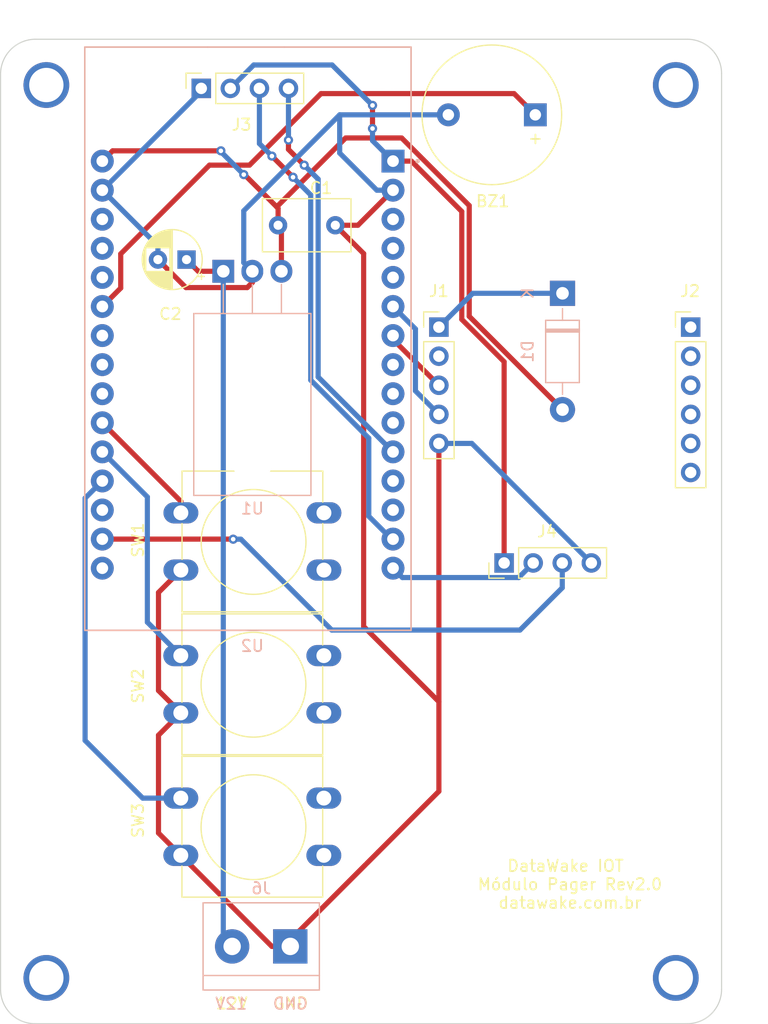
<source format=kicad_pcb>
(kicad_pcb (version 20211014) (generator pcbnew)
  (layers (0 "F.Cu" signal) (31 "B.Cu" signal) (34 "B.Paste" user) (35 "F.Paste" user) (36 "B.SilkS" user "B.Silkscreen") (37 "F.SilkS" user "F.Silkscreen") (38 "B.Mask" user) (39 "F.Mask" user) (44 "Edge.Cuts" user))
  (net 0 "")
  (net 1 "3.3V")
  (net 2 "Earth")
  (net 3 "GPIO27")
  (net 4 "5V")
  (net 5 "Net-(D1-Pad1)")
  (net 6 "RXD")
  (net 7 "TXD")
  (net 14 "Net-(J3-Pad3)")
  (net 15 "12V")
  (net 16 "Net-(J3-Pad4)")
  (net 17 "GPIO34")
  (net 18 "GPIO35")
  (net 19 "GPIO32")
  (net 37 "RX2")
  (net 38 "TX2")
  (footprint "Capacitor_THT:C_Disc_D7.5mm_W4.4mm_P5.00mm" (layer "F.Cu") (at 24.25 16.25)
    (fp_text reference "C1" (at 3.75 -3.25) (layer "F.SilkS"))
    (fp_text value "100nF 50v")
    (fp_line (start -1.37 -2.321) (end 6.37 -2.321) (layer "F.SilkS") (width 0.12))
    (fp_line (start -1.37 2.321) (end 6.37 2.321) (layer "F.SilkS") (width 0.12))
    (fp_line (start 6.37 -2.321) (end 6.37 2.321) (layer "F.SilkS") (width 0.12))
    (fp_line (start -1.37 -2.321) (end -1.37 2.321) (layer "F.SilkS") (width 0.12))
    (pad "1" thru_hole circle (at 0 0) (size 1.6 1.6) (drill 0.8) (layers *.Cu *.Mask) (net 4 "5V"))
    (pad "2" thru_hole circle (at 5 0) (size 1.6 1.6) (drill 0.8) (layers *.Cu *.Mask) (net 2 "Earth"))
  )
  (footprint "Button_Switch_THT:SW_PUSH-12mm" (layer "F.Cu") (at 15.748 53.848)
    (fp_text reference "SW2" (at -3.748 2.652 90) (layer "F.SilkS"))
    (fp_text value "SW_Push")
    (fp_line (start 0.1 4.07) (end 0.1 0.93) (layer "F.SilkS") (width 0.12))
    (fp_line (start 0.1 8.65) (end 0.1 5.93) (layer "F.SilkS") (width 0.12))
    (fp_line (start 12.4 -3.65) (end 12.4 -0.93) (layer "F.SilkS") (width 0.12))
    (fp_line (start 0.1 -0.93) (end 0.1 -3.65) (layer "F.SilkS") (width 0.12))
    (fp_line (start 12.4 0.93) (end 12.4 4.07) (layer "F.SilkS") (width 0.12))
    (fp_line (start 12.4 5.93) (end 12.4 8.65) (layer "F.SilkS") (width 0.12))
    (fp_line (start 12.4 8.65) (end 0.1 8.65) (layer "F.SilkS") (width 0.12))
    (fp_line (start 0.1 -3.65) (end 12.4 -3.65) (layer "F.SilkS") (width 0.12))
    (fp_circle (center 6.35 2.54) (end 10.16 5.08) (layer "F.SilkS") (width 0.12) (fill none))
    (pad "1" thru_hole oval (at 0 0) (size 3.048 1.85) (drill 1.3) (layers *.Cu *.Mask) (net 18 "GPIO35"))
    (pad "1" thru_hole oval (at 12.5 0) (size 3.048 1.85) (drill 1.3) (layers *.Cu *.Mask) (net 18 "GPIO35"))
    (pad "2" thru_hole oval (at 12.5 5) (size 3.048 1.85) (drill 1.3) (layers *.Cu *.Mask) (net 2 "Earth"))
    (pad "2" thru_hole oval (at 0 5) (size 3.048 1.85) (drill 1.3) (layers *.Cu *.Mask) (net 2 "Earth"))
  )
  (footprint "Connector_PinHeader_2.54mm:PinHeader_1x06_P2.54mm_Vertical" (layer "F.Cu") (at 60.3 25.15)
    (fp_text reference "J2" (at -0.05 -3.15) (layer "F.SilkS"))
    (fp_text value "Conn_01x06_Male")
    (fp_line (start -1.33 1.27) (end 1.33 1.27) (layer "F.SilkS") (width 0.12))
    (fp_line (start -1.33 14.03) (end 1.33 14.03) (layer "F.SilkS") (width 0.12))
    (fp_line (start -1.33 -1.33) (end 0 -1.33) (layer "F.SilkS") (width 0.12))
    (fp_line (start -1.33 1.27) (end -1.33 14.03) (layer "F.SilkS") (width 0.12))
    (fp_line (start 1.33 1.27) (end 1.33 14.03) (layer "F.SilkS") (width 0.12))
    (fp_line (start -1.33 0) (end -1.33 -1.33) (layer "F.SilkS") (width 0.12))
    (pad "1" thru_hole rect (at 0 0) (size 1.7 1.7) (drill 1) (layers *.Cu *.Mask))
    (pad "2" thru_hole oval (at 0 2.54) (size 1.7 1.7) (drill 1) (layers *.Cu *.Mask))
    (pad "3" thru_hole oval (at 0 5.08) (size 1.7 1.7) (drill 1) (layers *.Cu *.Mask))
    (pad "4" thru_hole oval (at 0 7.62) (size 1.7 1.7) (drill 1) (layers *.Cu *.Mask))
    (pad "5" thru_hole oval (at 0 10.16) (size 1.7 1.7) (drill 1) (layers *.Cu *.Mask))
    (pad "6" thru_hole oval (at 0 12.7) (size 1.7 1.7) (drill 1) (layers *.Cu *.Mask))
  )
  (footprint "Connector_PinSocket_2.54mm:PinSocket_1x04_P2.54mm_Vertical" (layer "F.Cu") (at 17.536 4.293 90)
    (fp_text reference "J3" (at -3.175 3.525 180) (layer "F.SilkS"))
    (fp_text value "Conn_01x04_Female")
    (fp_line (start -1.33 8.95) (end 1.33 8.95) (layer "F.SilkS") (width 0.12))
    (fp_line (start -1.33 1.27) (end 1.33 1.27) (layer "F.SilkS") (width 0.12))
    (fp_line (start 1.33 1.27) (end 1.33 8.95) (layer "F.SilkS") (width 0.12))
    (fp_line (start 0 -1.33) (end 1.33 -1.33) (layer "F.SilkS") (width 0.12))
    (fp_line (start -1.33 1.27) (end -1.33 8.95) (layer "F.SilkS") (width 0.12))
    (fp_line (start 1.33 -1.33) (end 1.33 0) (layer "F.SilkS") (width 0.12))
    (pad "1" thru_hole rect (at 0 0 90) (size 1.7 1.7) (drill 1) (layers *.Cu *.Mask) (net 2 "Earth"))
    (pad "2" thru_hole oval (at 0 2.54 90) (size 1.7 1.7) (drill 1) (layers *.Cu *.Mask) (net 1 "3.3V"))
    (pad "3" thru_hole oval (at 0 5.08 90) (size 1.7 1.7) (drill 1) (layers *.Cu *.Mask) (net 14 "Net-(J3-Pad3)"))
    (pad "4" thru_hole oval (at 0 7.62 90) (size 1.7 1.7) (drill 1) (layers *.Cu *.Mask) (net 16 "Net-(J3-Pad4)"))
  )
  (footprint "Connector_PinHeader_2.54mm:PinHeader_1x04_P2.54mm_Vertical" (layer "F.Cu") (at 44 45.75 90)
    (fp_text reference "J4" (at 2.75 3.75 180) (layer "F.SilkS"))
    (fp_text value "Conn_01x04_Male")
    (fp_line (start -1.33 8.95) (end 1.33 8.95) (layer "F.SilkS") (width 0.12))
    (fp_line (start -1.33 1.27) (end 1.33 1.27) (layer "F.SilkS") (width 0.12))
    (fp_line (start -1.33 -1.33) (end 0 -1.33) (layer "F.SilkS") (width 0.12))
    (fp_line (start 1.33 1.27) (end 1.33 8.95) (layer "F.SilkS") (width 0.12))
    (fp_line (start -1.33 1.27) (end -1.33 8.95) (layer "F.SilkS") (width 0.12))
    (fp_line (start -1.33 0) (end -1.33 -1.33) (layer "F.SilkS") (width 0.12))
    (pad "1" thru_hole rect (at 0 0 90) (size 1.7 1.7) (drill 1) (layers *.Cu *.Mask) (net 1 "3.3V"))
    (pad "2" thru_hole oval (at 0 2.54 90) (size 1.7 1.7) (drill 1) (layers *.Cu *.Mask) (net 37 "RX2"))
    (pad "3" thru_hole oval (at 0 5.08 90) (size 1.7 1.7) (drill 1) (layers *.Cu *.Mask) (net 38 "TX2"))
    (pad "4" thru_hole oval (at 0 7.62 90) (size 1.7 1.7) (drill 1) (layers *.Cu *.Mask) (net 2 "Earth"))
  )
  (footprint "Buzzer_Beeper:Buzzer_12x9.5RM7.6" (layer "F.Cu") (at 46.726 6.604 180)
    (fp_text reference "BZ1" (at 3.726 -7.546) (layer "F.SilkS"))
    (fp_text value "5V")
    (fp_text user "+" (at -0.01 -2.032) (layer "F.SilkS"))
    (fp_circle (center 3.8 0) (end 9.9 0) (layer "F.SilkS") (width 0.12) (fill none))
    (pad "1" thru_hole rect (at 0 0 180) (size 2 2) (drill 1) (layers *.Cu *.Mask) (net 3 "GPIO27"))
    (pad "2" thru_hole circle (at 7.6 0 180) (size 2 2) (drill 1) (layers *.Cu *.Mask) (net 2 "Earth"))
  )
  (footprint "Connector_PinHeader_2.54mm:PinHeader_1x05_P2.54mm_Vertical" (layer "F.Cu") (at 38.3 25.15)
    (fp_text reference "J1" (at 0 -3.15) (layer "F.SilkS"))
    (fp_text value "Conn_01x05_Male")
    (fp_line (start -1.33 11.49) (end 1.33 11.49) (layer "F.SilkS") (width 0.12))
    (fp_line (start -1.33 -1.33) (end 0 -1.33) (layer "F.SilkS") (width 0.12))
    (fp_line (start -1.33 1.27) (end 1.33 1.27) (layer "F.SilkS") (width 0.12))
    (fp_line (start -1.33 1.27) (end -1.33 11.49) (layer "F.SilkS") (width 0.12))
    (fp_line (start -1.33 0) (end -1.33 -1.33) (layer "F.SilkS") (width 0.12))
    (fp_line (start 1.33 1.27) (end 1.33 11.49) (layer "F.SilkS") (width 0.12))
    (pad "1" thru_hole rect (at 0 0) (size 1.7 1.7) (drill 1) (layers *.Cu *.Mask) (net 5 "Net-(D1-Pad1)"))
    (pad "2" thru_hole oval (at 0 2.54) (size 1.7 1.7) (drill 1) (layers *.Cu *.Mask))
    (pad "3" thru_hole oval (at 0 5.08) (size 1.7 1.7) (drill 1) (layers *.Cu *.Mask) (net 6 "RXD"))
    (pad "4" thru_hole oval (at 0 7.62) (size 1.7 1.7) (drill 1) (layers *.Cu *.Mask) (net 7 "TXD"))
    (pad "5" thru_hole oval (at 0 10.16) (size 1.7 1.7) (drill 1) (layers *.Cu *.Mask) (net 2 "Earth"))
  )
  (footprint "Button_Switch_THT:SW_PUSH-12mm" (layer "F.Cu") (at 15.748 66.294)
    (fp_text reference "SW3" (at -3.748 1.956 90) (layer "F.SilkS"))
    (fp_text value "SW_Push")
    (fp_line (start 12.4 0.93) (end 12.4 4.07) (layer "F.SilkS") (width 0.12))
    (fp_line (start 12.4 8.65) (end 0.1 8.65) (layer "F.SilkS") (width 0.12))
    (fp_line (start 0.1 8.65) (end 0.1 5.93) (layer "F.SilkS") (width 0.12))
    (fp_line (start 0.1 -0.93) (end 0.1 -3.65) (layer "F.SilkS") (width 0.12))
    (fp_line (start 12.4 -3.65) (end 12.4 -0.93) (layer "F.SilkS") (width 0.12))
    (fp_line (start 12.4 5.93) (end 12.4 8.65) (layer "F.SilkS") (width 0.12))
    (fp_line (start 0.1 4.07) (end 0.1 0.93) (layer "F.SilkS") (width 0.12))
    (fp_line (start 0.1 -3.65) (end 12.4 -3.65) (layer "F.SilkS") (width 0.12))
    (fp_circle (center 6.35 2.54) (end 10.16 5.08) (layer "F.SilkS") (width 0.12) (fill none))
    (pad "1" thru_hole oval (at 12.5 0) (size 3.048 1.85) (drill 1.3) (layers *.Cu *.Mask) (net 17 "GPIO34"))
    (pad "1" thru_hole oval (at 0 0) (size 3.048 1.85) (drill 1.3) (layers *.Cu *.Mask) (net 17 "GPIO34"))
    (pad "2" thru_hole oval (at 0 5) (size 3.048 1.85) (drill 1.3) (layers *.Cu *.Mask) (net 2 "Earth"))
    (pad "2" thru_hole oval (at 12.5 5) (size 3.048 1.85) (drill 1.3) (layers *.Cu *.Mask) (net 2 "Earth"))
  )
  (footprint "Capacitor_THT:CP_Radial_D5.0mm_P2.50mm" (layer "F.Cu") (at 16.25 19.25 180)
    (fp_text reference "C2" (at 1.41 -4.75) (layer "F.SilkS"))
    (fp_text value "1uF 50V")
    (fp_line (start 1.65 1.04) (end 1.65 2.55) (layer "F.SilkS") (width 0.12))
    (fp_line (start 3.451 1.04) (end 3.451 1.383) (layer "F.SilkS") (width 0.12))
    (fp_line (start 1.77 1.04) (end 1.77 2.528) (layer "F.SilkS") (width 0.12))
    (fp_line (start 3.251 -1.653) (end 3.251 -1.04) (layer "F.SilkS") (width 0.12))
    (fp_line (start 1.85 1.04) (end 1.85 2.511) (layer "F.SilkS") (width 0.12))
    (fp_line (start 3.011 1.04) (end 3.011 1.901) (layer "F.SilkS") (width 0.12))
    (fp_line (start 3.451 -1.383) (end 3.451 -1.04) (layer "F.SilkS") (width 0.12))
    (fp_line (start 3.411 1.04) (end 3.411 1.443) (layer "F.SilkS") (width 0.12))
    (fp_line (start 2.691 -2.149) (end 2.691 -1.04) (layer "F.SilkS") (width 0.12))
    (fp_line (start 1.49 -2.569) (end 1.49 -1.04) (layer "F.SilkS") (width 0.12))
    (fp_line (start 2.011 -2.468) (end 2.011 -1.04) (layer "F.SilkS") (width 0.12))
    (fp_line (start 3.011 -1.901) (end 3.011 -1.04) (layer "F.SilkS") (width 0.12))
    (fp_line (start 1.65 -2.55) (end 1.65 -1.04) (layer "F.SilkS") (width 0.12))
    (fp_line (start 3.531 1.04) (end 3.531 1.251) (layer "F.SilkS") (width 0.12))
    (fp_line (start 2.131 1.04) (end 2.131 2.428) (layer "F.SilkS") (width 0.12))
    (fp_line (start 3.051 -1.864) (end 3.051 -1.04) (layer "F.SilkS") (width 0.12))
    (fp_line (start 2.811 -2.065) (end 2.811 -1.04) (layer "F.SilkS") (width 0.12))
    (fp_line (start 1.49 1.04) (end 1.49 2.569) (layer "F.SilkS") (width 0.12))
    (fp_line (start 1.971 -2.48) (end 1.971 -1.04) (layer "F.SilkS") (width 0.12))
    (fp_line (start 2.171 1.04) (end 2.171 2.414) (layer "F.SilkS") (width 0.12))
    (fp_line (start 3.491 1.04) (end 3.491 1.319) (layer "F.SilkS") (width 0.12))
    (fp_line (start 2.411 1.04) (end 2.411 2.31) (layer "F.SilkS") (width 0.12))
    (fp_line (start 1.61 -2.556) (end 1.61 -1.04) (layer "F.SilkS") (width 0.12))
    (fp_line (start 3.091 -1.826) (end 3.091 -1.04) (layer "F.SilkS") (width 0.12))
    (fp_line (start 3.811 -0.518) (end 3.811 0.518) (layer "F.SilkS") (width 0.12))
    (fp_line (start 3.291 1.04) (end 3.291 1.605) (layer "F.SilkS") (width 0.12))
    (fp_line (start -1.554775 -1.475) (end -1.054775 -1.475) (layer "F.SilkS") (width 0.12))
    (fp_line (start 2.651 -2.175) (end 2.651 -1.04) (layer "F.SilkS") (width 0.12))
    (fp_line (start 3.211 -1.699) (end 3.211 -1.04) (layer "F.SilkS") (width 0.12))
    (fp_line (start 1.61 1.04) (end 1.61 2.556) (layer "F.SilkS") (width 0.12))
    (fp_line (start 2.491 -2.268) (end 2.491 -1.04) (layer "F.SilkS") (width 0.12))
    (fp_line (start 3.131 -1.785) (end 3.131 -1.04) (layer "F.SilkS") (width 0.12))
    (fp_line (start 2.971 -1.937) (end 2.971 -1.04) (layer "F.SilkS") (width 0.12))
    (fp_line (start 3.651 -1.011) (end 3.651 1.011) (layer "F.SilkS") (width 0.12))
    (fp_line (start 1.69 -2.543) (end 1.69 -1.04) (layer "F.SilkS") (width 0.12))
    (fp_line (start 1.81 -2.52) (end 1.81 -1.04) (layer "F.SilkS") (width 0.12))
    (fp_line (start -1.304775 -1.725) (end -1.304775 -1.225) (layer "F.SilkS") (width 0.12))
    (fp_line (start 2.211 1.04) (end 2.211 2.398) (layer "F.SilkS") (width 0.12))
    (fp_line (start 2.131 -2.428) (end 2.131 -1.04) (layer "F.SilkS") (width 0.12))
    (fp_line (start 2.251 1.04) (end 2.251 2.382) (layer "F.SilkS") (width 0.12))
    (fp_line (start 2.451 -2.29) (end 2.451 -1.04) (layer "F.SilkS") (width 0.12))
    (fp_line (start 2.411 -2.31) (end 2.411 -1.04) (layer "F.SilkS") (width 0.12))
    (fp_line (start 2.851 -2.035) (end 2.851 -1.04) (layer "F.SilkS") (width 0.12))
    (fp_line (start 2.051 -2.455) (end 2.051 -1.04) (layer "F.SilkS") (width 0.12))
    (fp_line (start 2.531 -2.247) (end 2.531 -1.04) (layer "F.SilkS") (width 0.12))
    (fp_line (start 1.93 -2.491) (end 1.93 -1.04) (layer "F.SilkS") (width 0.12))
    (fp_line (start 1.89 -2.501) (end 1.89 -1.04) (layer "F.SilkS") (width 0.12))
    (fp_line (start 2.011 1.04) (end 2.011 2.468) (layer "F.SilkS") (width 0.12))
    (fp_line (start 3.571 -1.178) (end 3.571 1.178) (layer "F.SilkS") (width 0.12))
    (fp_line (start 3.771 -0.677) (end 3.771 0.677) (layer "F.SilkS") (width 0.12))
    (fp_line (start 3.131 1.04) (end 3.131 1.785) (layer "F.SilkS") (width 0.12))
    (fp_line (start 1.33 -2.579) (end 1.33 2.579) (layer "F.SilkS") (width 0.12))
    (fp_line (start 1.57 1.04) (end 1.57 2.561) (layer "F.SilkS") (width 0.12))
    (fp_line (start 1.81 1.04) (end 1.81 2.52) (layer "F.SilkS") (width 0.12))
    (fp_line (start 2.971 1.04) (end 2.971 1.937) (layer "F.SilkS") (width 0.12))
    (fp_line (start 3.331 1.04) (end 3.331 1.554) (layer "F.SilkS") (width 0.12))
    (fp_line (start 3.091 1.04) (end 3.091 1.826) (layer "F.SilkS") (width 0.12))
    (fp_line (start 3.171 -1.743) (end 3.171 -1.04) (layer "F.SilkS") (width 0.12))
    (fp_line (start 2.291 -2.365) (end 2.291 -1.04) (layer "F.SilkS") (width 0.12))
    (fp_line (start 2.251 -2.382) (end 2.251 -1.04) (layer "F.SilkS") (width 0.12))
    (fp_line (start 1.41 -2.576) (end 1.41 2.576) (layer "F.SilkS") (width 0.12))
    (fp_line (start 3.211 1.04) (end 3.211 1.699) (layer "F.SilkS") (width 0.12))
    (fp_line (start 3.411 -1.443) (end 3.411 -1.04) (layer "F.SilkS") (width 0.12))
    (fp_line (start 1.29 -2.58) (end 1.29 2.58) (layer "F.SilkS") (width 0.12))
    (fp_line (start 2.891 1.04) (end 2.891 2.004) (layer "F.SilkS") (width 0.12))
    (fp_line (start 2.851 1.04) (end 2.851 2.035) (layer "F.SilkS") (width 0.12))
    (fp_line (start 3.731 -0.805) (end 3.731 0.805) (layer "F.SilkS") (width 0.12))
    (fp_line (start 1.45 -2.573) (end 1.45 2.573) (layer "F.SilkS") (width 0.12))
    (fp_line (start 2.891 -2.004) (end 2.891 -1.04) (layer "F.SilkS") (width 0.12))
    (fp_line (start 2.371 -2.329) (end 2.371 -1.04) (layer "F.SilkS") (width 0.12))
    (fp_line (start 2.931 1.04) (end 2.931 1.971) (layer "F.SilkS") (width 0.12))
    (fp_line (start 2.171 -2.414) (end 2.171 -1.04) (layer "F.SilkS") (width 0.12))
    (fp_line (start 1.971 1.04) (end 1.971 2.48) (layer "F.SilkS") (width 0.12))
    (fp_line (start 2.931 -1.971) (end 2.931 -1.04) (layer "F.SilkS") (width 0.12))
    (fp_line (start 3.371 -1.5) (end 3.371 -1.04) (layer "F.SilkS") (width 0.12))
    (fp_line (start 3.331 -1.554) (end 3.331 -1.04) (layer "F.SilkS") (width 0.12))
    (fp_line (start 2.691 1.04) (end 2.691 2.149) (layer "F.SilkS") (width 0.12))
    (fp_line (start 1.53 -2.565) (end 1.53 -1.04) (layer "F.SilkS") (width 0.12))
    (fp_line (start 2.731 1.04) (end 2.731 2.122) (layer "F.SilkS") (width 0.12))
    (fp_line (start 2.731 -2.122) (end 2.731 -1.04) (layer "F.SilkS") (width 0.12))
    (fp_line (start 2.771 1.04) (end 2.771 2.095) (layer "F.SilkS") (width 0.12))
    (fp_line (start 2.371 1.04) (end 2.371 2.329) (layer "F.SilkS") (width 0.12))
    (fp_line (start 1.89 1.04) (end 1.89 2.501) (layer "F.SilkS") (width 0.12))
    (fp_line (start 3.851 -0.284) (end 3.851 0.284) (layer "F.SilkS") (width 0.12))
    (fp_line (start 3.611 -1.098) (end 3.611 1.098) (layer "F.SilkS") (width 0.12))
    (fp_line (start 3.691 -0.915) (end 3.691 0.915) (layer "F.SilkS") (width 0.12))
    (fp_line (start 1.37 -2.578) (end 1.37 2.578) (layer "F.SilkS") (width 0.12))
    (fp_line (start 1.85 -2.511) (end 1.85 -1.04) (layer "F.SilkS") (width 0.12))
    (fp_line (start 2.531 1.04) (end 2.531 2.247) (layer "F.SilkS") (width 0.12))
    (fp_line (start 2.331 1.04) (end 2.331 2.348) (layer "F.SilkS") (width 0.12))
    (fp_line (start 3.491 -1.319) (end 3.491 -1.04) (layer "F.SilkS") (width 0.12))
    (fp_line (start 1.25 -2.58) (end 1.25 2.58) (layer "F.SilkS") (width 0.12))
    (fp_line (start 3.291 -1.605) (end 3.291 -1.04) (layer "F.SilkS") (width 0.12))
    (fp_line (start 2.571 -2.224) (end 2.571 -1.04) (layer "F.SilkS") (width 0.12))
    (fp_line (start 3.171 1.04) (end 3.171 1.743) (layer "F.SilkS") (width 0.12))
    (fp_line (start 2.331 -2.348) (end 2.331 -1.04) (layer "F.SilkS") (width 0.12))
    (fp_line (start 2.811 1.04) (end 2.811 2.065) (layer "F.SilkS") (width 0.12))
    (fp_line (start 2.651 1.04) (end 2.651 2.175) (layer "F.SilkS") (width 0.12))
    (fp_line (start 1.73 1.04) (end 1.73 2.536) (layer "F.SilkS") (width 0.12))
    (fp_line (start 1.93 1.04) (end 1.93 2.491) (layer "F.SilkS") (width 0.12))
    (fp_line (start 2.451 1.04) (end 2.451 2.29) (layer "F.SilkS") (width 0.12))
    (fp_line (start 2.771 -2.095) (end 2.771 -1.04) (layer "F.SilkS") (width 0.12))
    (fp_line (start 3.051 1.04) (end 3.051 1.864) (layer "F.SilkS") (width 0.12))
    (fp_line (start 3.371 1.04) (end 3.371 1.5) (layer "F.SilkS") (width 0.12))
    (fp_line (start 2.611 1.04) (end 2.611 2.2) (layer "F.SilkS") (width 0.12))
    (fp_line (start 2.091 1.04) (end 2.091 2.442) (layer "F.SilkS") (width 0.12))
    (fp_line (start 2.211 -2.398) (end 2.211 -1.04) (layer "F.SilkS") (width 0.12))
    (fp_line (start 2.091 -2.442) (end 2.091 -1.04) (layer "F.SilkS") (width 0.12))
    (fp_line (start 1.73 -2.536) (end 1.73 -1.04) (layer "F.SilkS") (width 0.12))
    (fp_line (start 1.69 1.04) (end 1.69 2.543) (layer "F.SilkS") (width 0.12))
    (fp_line (start 2.611 -2.2) (end 2.611 -1.04) (layer "F.SilkS") (width 0.12))
    (fp_line (start 2.571 1.04) (end 2.571 2.224) (layer "F.SilkS") (width 0.12))
    (fp_line (start 2.051 1.04) (end 2.051 2.455) (layer "F.SilkS") (width 0.12))
    (fp_line (start 3.531 -1.251) (end 3.531 -1.04) (layer "F.SilkS") (width 0.12))
    (fp_line (start 2.291 1.04) (end 2.291 2.365) (layer "F.SilkS") (width 0.12))
    (fp_line (start 1.53 1.04) (end 1.53 2.565) (layer "F.SilkS") (width 0.12))
    (fp_line (start 1.77 -2.528) (end 1.77 -1.04) (layer "F.SilkS") (width 0.12))
    (fp_line (start 3.251 1.04) (end 3.251 1.653) (layer "F.SilkS") (width 0.12))
    (fp_line (start 2.491 1.04) (end 2.491 2.268) (layer "F.SilkS") (width 0.12))
    (fp_line (start 1.57 -2.561) (end 1.57 -1.04) (layer "F.SilkS") (width 0.12))
    (fp_circle (center 1.25 0) (end 3.87 0) (layer "F.SilkS") (width 0.12) (fill none))
    (pad "1" thru_hole rect (at 0 0 180) (size 1.6 1.6) (drill 0.8) (layers *.Cu *.Mask) (net 15 "12V"))
    (pad "2" thru_hole circle (at 2.5 0 180) (size 1.6 1.6) (drill 0.8) (layers *.Cu *.Mask) (net 2 "Earth"))
  )
  (footprint "Button_Switch_THT:SW_PUSH-12mm" (layer "F.Cu") (at 15.756 41.374)
    (fp_text reference "SW1" (at -3.756 2.376 90) (layer "F.SilkS"))
    (fp_text value "SW_Push")
    (fp_line (start 0.1 -0.93) (end 0.1 -3.65) (layer "F.SilkS") (width 0.12))
    (fp_line (start 0.1 8.65) (end 0.1 5.93) (layer "F.SilkS") (width 0.12))
    (fp_line (start 12.4 5.93) (end 12.4 8.65) (layer "F.SilkS") (width 0.12))
    (fp_line (start 12.4 8.65) (end 0.1 8.65) (layer "F.SilkS") (width 0.12))
    (fp_line (start 0.1 4.07) (end 0.1 0.93) (layer "F.SilkS") (width 0.12))
    (fp_line (start 12.4 0.93) (end 12.4 4.07) (layer "F.SilkS") (width 0.12))
    (fp_line (start 0.1 -3.65) (end 12.4 -3.65) (layer "F.SilkS") (width 0.12))
    (fp_line (start 12.4 -3.65) (end 12.4 -0.93) (layer "F.SilkS") (width 0.12))
    (fp_circle (center 6.35 2.54) (end 10.16 5.08) (layer "F.SilkS") (width 0.12) (fill none))
    (pad "1" thru_hole oval (at 0 0) (size 3.048 1.85) (drill 1.3) (layers *.Cu *.Mask) (net 19 "GPIO32"))
    (pad "1" thru_hole oval (at 12.5 0) (size 3.048 1.85) (drill 1.3) (layers *.Cu *.Mask) (net 19 "GPIO32"))
    (pad "2" thru_hole oval (at 12.5 5) (size 3.048 1.85) (drill 1.3) (layers *.Cu *.Mask) (net 2 "Earth"))
    (pad "2" thru_hole oval (at 0 5) (size 3.048 1.85) (drill 1.3) (layers *.Cu *.Mask) (net 2 "Earth"))
  )
  (footprint "ESP32-DEVKIT-V1:MODULE_ESP32_DEVKIT_V1" (layer "B.Cu") (at 21.59 26.162 180)
    (fp_text reference "U2" (at -0.41 -26.838) (layer "B.SilkS") (effects (justify mirror)))
    (fp_text value "ESP32-DEVKIT-V1")
    (fp_line (start -14.28 25.475) (end -3.211 25.475) (layer "B.SilkS") (width 0.127))
    (fp_line (start -14.28 25.475) (end 14.23 25.475) (layer "B.SilkS") (width 0.127))
    (fp_line (start 8.78 -25.475) (end 14.23 -25.475) (layer "B.SilkS") (width 0.127))
    (fp_line (start 14.23 -25.475) (end -14.28 -25.475) (layer "B.SilkS") (width 0.127))
    (fp_line (start -14.28 -25.475) (end -8.91 -25.475) (layer "B.SilkS") (width 0.127))
    (fp_line (start 14.23 25.475) (end 14.23 -25.475) (layer "B.SilkS") (width 0.127))
    (fp_line (start 3.5 25.475) (end 14.23 25.475) (layer "B.SilkS") (width 0.127))
    (fp_line (start 14.23 25.475) (end 14.23 -25.475) (layer "B.SilkS") (width 0.127))
    (fp_line (start -3.211 25.475) (end 3.5 25.475) (layer "B.SilkS") (width 0.127))
    (fp_line (start -14.28 -25.475) (end -14.28 25.475) (layer "B.SilkS") (width 0.127))
    (fp_line (start -14.28 -25.475) (end -14.28 25.475) (layer "B.SilkS") (width 0.127))
    (fp_line (start -8.91 -25.475) (end 8.78 -25.475) (layer "B.SilkS") (width 0.127))
    (fp_circle (center -14.85 15.515) (end -14.75 15.515) (layer "B.SilkS") (width 0.2) (fill none))
    (pad "" np_thru_hole circle (at -12.28 -23.475 180) (size 3 3) (drill 3) (layers *.Cu *.Mask))
    (pad "" np_thru_hole circle (at 12.23 -23.475 180) (size 3 3) (drill 3) (layers *.Cu *.Mask))
    (pad "" np_thru_hole circle (at -12.28 23.475 180) (size 3 3) (drill 3) (layers *.Cu *.Mask))
    (pad "" np_thru_hole circle (at 12.23 23.475 180) (size 3 3) (drill 3) (layers *.Cu *.Mask))
    (pad "1" thru_hole rect (at -12.7 15.515 180) (size 2 2) (drill 1.02) (layers *.Cu *.Mask) (net 1 "3.3V"))
    (pad "2" thru_hole circle (at -12.7 12.975 180) (size 2 2) (drill 1.02) (layers *.Cu *.Mask) (net 2 "Earth"))
    (pad "3" thru_hole circle (at -12.7 10.435 180) (size 2 2) (drill 1.02) (layers *.Cu *.Mask))
    (pad "4" thru_hole circle (at -12.7 7.895 180) (size 2 2) (drill 1.02) (layers *.Cu *.Mask))
    (pad "5" thru_hole circle (at -12.7 5.355 180) (size 2 2) (drill 1.02) (layers *.Cu *.Mask))
    (pad "6" thru_hole circle (at -12.7 2.815 180) (size 2 2) (drill 1.02) (layers *.Cu *.Mask) (net 7 "TXD"))
    (pad "7" thru_hole circle (at -12.7 0.275 180) (size 2 2) (drill 1.02) (layers *.Cu *.Mask) (net 6 "RXD"))
    (pad "8" thru_hole circle (at -12.7 -2.265 180) (size 2 2) (drill 1.02) (layers *.Cu *.Mask))
    (pad "9" thru_hole circle (at -12.7 -4.805 180) (size 2 2) (drill 1.02) (layers *.Cu *.Mask))
    (pad "10" thru_hole circle (at -12.7 -7.345 180) (size 2 2) (drill 1.02) (layers *.Cu *.Mask))
    (pad "11" thru_hole circle (at -12.7 -9.885 180) (size 2 2) (drill 1.02) (layers *.Cu *.Mask) (net 16 "Net-(J3-Pad4)"))
    (pad "12" thru_hole circle (at -12.7 -12.425 180) (size 2 2) (drill 1.02) (layers *.Cu *.Mask))
    (pad "13" thru_hole circle (at -12.7 -14.965 180) (size 2 2) (drill 1.02) (layers *.Cu *.Mask))
    (pad "14" thru_hole circle (at -12.7 -17.505 180) (size 2 2) (drill 1.02) (layers *.Cu *.Mask) (net 14 "Net-(J3-Pad3)"))
    (pad "15" thru_hole circle (at -12.7 -20.045 180) (size 2 2) (drill 1.02) (layers *.Cu *.Mask) (net 37 "RX2"))
    (pad "16" thru_hole circle (at 12.7 -20.045 180) (size 2 2) (drill 1.02) (layers *.Cu *.Mask))
    (pad "17" thru_hole circle (at 12.7 -17.505 180) (size 2 2) (drill 1.02) (layers *.Cu *.Mask) (net 38 "TX2"))
    (pad "18" thru_hole circle (at 12.7 -14.965 180) (size 2 2) (drill 1.02) (layers *.Cu *.Mask))
    (pad "19" thru_hole circle (at 12.7 -12.425 180) (size 2 2) (drill 1.02) (layers *.Cu *.Mask) (net 17 "GPIO34"))
    (pad "20" thru_hole circle (at 12.7 -9.885 180) (size 2 2) (drill 1.02) (layers *.Cu *.Mask) (net 18 "GPIO35"))
    (pad "21" thru_hole circle (at 12.7 -7.345 180) (size 2 2) (drill 1.02) (layers *.Cu *.Mask) (net 19 "GPIO32"))
    (pad "22" thru_hole circle (at 12.7 -4.805 180) (size 2 2) (drill 1.02) (layers *.Cu *.Mask))
    (pad "23" thru_hole circle (at 12.7 -2.265 180) (size 2 2) (drill 1.02) (layers *.Cu *.Mask))
    (pad "24" thru_hole circle (at 12.7 0.275 180) (size 2 2) (drill 1.02) (layers *.Cu *.Mask))
    (pad "25" thru_hole circle (at 12.7 2.815 180) (size 2 2) (drill 1.02) (layers *.Cu *.Mask) (net 3 "GPIO27"))
    (pad "26" thru_hole circle (at 12.7 5.355 180) (size 2 2) (drill 1.02) (layers *.Cu *.Mask))
    (pad "27" thru_hole circle (at 12.7 7.895 180) (size 2 2) (drill 1.02) (layers *.Cu *.Mask))
    (pad "28" thru_hole circle (at 12.7 10.435 180) (size 2 2) (drill 1.02) (layers *.Cu *.Mask))
    (pad "29" thru_hole circle (at 12.7 12.975 180) (size 2 2) (drill 1.02) (layers *.Cu *.Mask) (net 2 "Earth"))
    (pad "30" thru_hole circle (at 12.7 15.515 180) (size 2 2) (drill 1.02) (layers *.Cu *.Mask) (net 4 "5V"))
  )
  (footprint "TerminalBlock:TerminalBlock_bornier-2_P5.08mm" (layer "B.Cu") (at 25.315 79.25 180)
    (fp_text reference "J6" (at 2.54 5.08) (layer "B.SilkS") (effects (justify mirror)))
    (fp_text value "Screw_Terminal_01x02")
    (fp_line (start 7.62 -3.81) (end 7.62 3.81) (layer "B.SilkS") (width 0.12))
    (fp_line (start 7.62 3.81) (end -2.54 3.81) (layer "B.SilkS") (width 0.12))
    (fp_line (start -2.54 -3.81) (end 7.62 -3.81) (layer "B.SilkS") (width 0.12))
    (fp_line (start 7.62 -2.54) (end -2.54 -2.54) (layer "B.SilkS") (width 0.12))
    (fp_line (start -2.54 3.81) (end -2.54 -3.81) (layer "B.SilkS") (width 0.12))
    (pad "1" thru_hole rect (at 0 0 180) (size 3 3) (drill 1.52) (layers *.Cu *.Mask) (net 2 "Earth"))
    (pad "2" thru_hole circle (at 5.08 0 180) (size 3 3) (drill 1.52) (layers *.Cu *.Mask) (net 15 "12V"))
  )
  (footprint "Diode_THT:D_DO-41_SOD81_P10.16mm_Horizontal" (layer "B.Cu") (at 49.1 22.195 -90)
    (fp_text reference "D1" (at 5.08 3.048 90) (layer "B.SilkS") (effects (justify mirror)))
    (fp_text value "1N4007")
    (fp_text user "K" (at 0 3.048 90) (layer "B.SilkS") (effects (justify mirror)))
    (fp_line (start 7.8 1.47) (end 2.36 1.47) (layer "B.SilkS") (width 0.12))
    (fp_line (start 2.36 1.47) (end 2.36 -1.47) (layer "B.SilkS") (width 0.12))
    (fp_line (start 8.82 0) (end 7.8 0) (layer "B.SilkS") (width 0.12))
    (fp_line (start 2.36 -1.47) (end 7.8 -1.47) (layer "B.SilkS") (width 0.12))
    (fp_line (start 1.34 0) (end 2.36 0) (layer "B.SilkS") (width 0.12))
    (fp_line (start 3.26 1.47) (end 3.26 -1.47) (layer "B.SilkS") (width 0.12))
    (fp_line (start 3.14 1.47) (end 3.14 -1.47) (layer "B.SilkS") (width 0.12))
    (fp_line (start 3.38 1.47) (end 3.38 -1.47) (layer "B.SilkS") (width 0.12))
    (fp_line (start 7.8 -1.47) (end 7.8 1.47) (layer "B.SilkS") (width 0.12))
    (pad "1" thru_hole rect (at 0 0 270) (size 2.2 2.2) (drill 1.1) (layers *.Cu *.Mask) (net 5 "Net-(D1-Pad1)"))
    (pad "2" thru_hole oval (at 10.16 0 270) (size 2.2 2.2) (drill 1.1) (layers *.Cu *.Mask) (net 4 "5V"))
  )
  (footprint "Package_TO_SOT_THT:TO-220-3_Horizontal_TabDown" (layer "B.Cu") (at 19.46 20.27)
    (fp_text reference "U1" (at 2.54 20.73) (layer "B.SilkS") (effects (justify mirror)))
    (fp_text value "L7805")
    (fp_line (start 2.54 3.69) (end 2.54 1.15) (layer "B.SilkS") (width 0.12))
    (fp_line (start -2.58 19.58) (end -2.58 3.69) (layer "B.SilkS") (width 0.12))
    (fp_line (start 7.66 19.58) (end 7.66 3.69) (layer "B.SilkS") (width 0.12))
    (fp_line (start 5.08 3.69) (end 5.08 1.15) (layer "B.SilkS") (width 0.12))
    (fp_line (start -2.58 3.69) (end 7.66 3.69) (layer "B.SilkS") (width 0.12))
    (fp_line (start -2.58 19.58) (end 7.66 19.58) (layer "B.SilkS") (width 0.12))
    (fp_line (start 0 3.69) (end 0 1.15) (layer "B.SilkS") (width 0.12))
    (pad "" np_thru_hole oval (at 2.54 16.66) (size 3.5 3.5) (drill 3.5) (layers *.Cu *.Mask))
    (pad "1" thru_hole rect (at 0 0) (size 1.905 2) (drill 1.1) (layers *.Cu *.Mask) (net 15 "12V"))
    (pad "2" thru_hole oval (at 2.54 0) (size 1.905 2) (drill 1.1) (layers *.Cu *.Mask) (net 2 "Earth"))
    (pad "3" thru_hole oval (at 5.08 0) (size 1.905 2) (drill 1.1) (layers *.Cu *.Mask) (net 4 "5V"))
  )
  (gr_line (start 0 83) (end 0 3) (layer "Edge.Cuts") (width 0.1))
  (gr_line (start 3 0) (end 60 0) (layer "Edge.Cuts") (width 0.1))
  (gr_arc (start 3 86) (mid 0.87868 85.12132) (end 0 83) (layer "Edge.Cuts") (width 0.1))
  (gr_arc (start 63 83) (mid 62.12132 85.12132) (end 60 86) (layer "Edge.Cuts") (width 0.1))
  (gr_line (start 60 86) (end 3 86) (layer "Edge.Cuts") (width 0.1))
  (gr_line (start 63 3) (end 63 83) (layer "Edge.Cuts") (width 0.1))
  (gr_arc (start 0 3) (mid 0.89654 0.89654) (end 3 0) (layer "Edge.Cuts") (width 0.1))
  (gr_arc (start 60 0) (mid 62.12132 0.87868) (end 63 3) (layer "Edge.Cuts") (width 0.1))
  (gr_text "GND" (at 25.325 84.25) (layer "B.SilkS") (effects (font (size 1 1)) (justify mirror)))
  (gr_text "12V" (at 20.15 84.25) (layer "B.SilkS") (effects (font (size 1 1)) (justify mirror)))
  (gr_text "DataWake IOT \nMódulo Pager Rev2.0\ndatawake.com.br" (at 49.75 73.825) (layer "F.SilkS") (effects (font (size 1 1))))
  (gr_text "12V" (at 20.2 84.225) (layer "F.SilkS") (effects (font (size 1 1))))
  (gr_text "GND" (at 25.35 84.225) (layer "F.SilkS") (effects (font (size 1 1))))
  (via (at 4 82) (size 4) (drill 3) (layers "F.Cu" "B.Cu") (net 0))
  (via (at 59 82) (size 4) (drill 3) (layers "F.Cu" "B.Cu") (net 0))
  (via (at 59 4) (size 4) (drill 3) (layers "F.Cu" "B.Cu") (net 0))
  (via locked (at 4 4) (size 4) (drill 3) (layers "F.Cu" "B.Cu") (net 0))
  (segment (start 44 45.75) (end 44 28.174238) (width 0.45) (layer "F.Cu") (net 1))
  (segment (start 32.5 5.7795) (end 32.5 7.8005) (width 0.45) (layer "F.Cu") (net 1))
  (segment (start 35.897 10.647) (end 34.29 10.647) (width 0.45) (layer "F.Cu") (net 1))
  (segment (start 40.3 24.474238) (end 40.3 15.05) (width 0.45) (layer "F.Cu") (net 1))
  (segment (start 44 28.174238) (end 40.3 24.474238) (width 0.45) (layer "F.Cu") (net 1))
  (segment (start 40.3 15.05) (end 35.897 10.647) (width 0.45) (layer "F.Cu") (net 1))
  (via (at 32.5 7.8005) (size 0.8) (drill 0.4) (layers "F.Cu" "B.Cu") (net 1))
  (via (at 32.5 5.7795) (size 0.8) (drill 0.4) (layers "F.Cu" "B.Cu") (net 1))
  (segment (start 22.119 2.25) (end 28.9705 2.25) (width 0.45) (layer "B.Cu") (net 1))
  (segment (start 32.5 7.8005) (end 32.5 8.857) (width 0.45) (layer "B.Cu") (net 1))
  (segment (start 32.5 8.857) (end 34.29 10.647) (width 0.45) (layer "B.Cu") (net 1))
  (segment (start 20.076 4.293) (end 22.119 2.25) (width 0.45) (layer "B.Cu") (net 1))
  (segment (start 28.9705 2.25) (end 32.5 5.7795) (width 0.45) (layer "B.Cu") (net 1))
  (segment (start 15.748 58.848) (end 13.799 56.899) (width 0.45) (layer "F.Cu") (net 2))
  (segment (start 31.725 18.725) (end 31.725 51.3) (width 0.45) (layer "F.Cu") (net 2))
  (segment (start 13.799 56.899) (end 13.799 48.331) (width 0.45) (layer "F.Cu") (net 2))
  (segment (start 29.25 16.25) (end 31.227 16.25) (width 0.45) (layer "F.Cu") (net 2))
  (segment (start 13.799 69.345) (end 13.799 60.797) (width 0.45) (layer "F.Cu") (net 2))
  (segment (start 13.799 48.331) (end 15.756 46.374) (width 0.45) (layer "F.Cu") (net 2))
  (segment (start 22 21.25) (end 22 20.27) (width 0.45) (layer "F.Cu") (net 2))
  (segment (start 31.725 51.3) (end 38.3 57.875) (width 0.45) (layer "F.Cu") (net 2))
  (segment (start 13.799 60.797) (end 15.748 58.848) (width 0.45) (layer "F.Cu") (net 2))
  (segment (start 38.3 65.7) (end 33 71) (width 0.45) (layer "F.Cu") (net 2))
  (segment (start 31.227 16.25) (end 34.29 13.187) (width 0.45) (layer "F.Cu") (net 2))
  (segment (start 33 71) (end 32 72) (width 0.45) (layer "F.Cu") (net 2))
  (segment (start 29.25 16.25) (end 31.725 18.725) (width 0.45) (layer "F.Cu") (net 2))
  (segment (start 13.75 19.25) (end 16.195 21.695) (width 0.45) (layer "F.Cu") (net 2))
  (segment (start 24.892 79.248) (end 23.702 79.248) (width 0.45) (layer "F.Cu") (net 2))
  (segment (start 16.195 21.695) (end 21.555 21.695) (width 0.45) (layer "F.Cu") (net 2))
  (segment (start 21.555 21.695) (end 22 21.25) (width 0.45) (layer "F.Cu") (net 2))
  (segment (start 24.892 79.108) (end 24.892 79.248) (width 0.45) (layer "F.Cu") (net 2))
  (segment (start 38.3 35.31) (end 38.3 65.7) (width 0.45) (layer "F.Cu") (net 2))
  (segment (start 15.748 71.294) (end 13.799 69.345) (width 0.45) (layer "F.Cu") (net 2))
  (segment (start 23.702 79.248) (end 15.748 71.294) (width 0.45) (layer "F.Cu") (net 2))
  (segment (start 31.895 72.105) (end 24.892 79.108) (width 0.45) (layer "F.Cu") (net 2))
  (segment (start 21.25 14.986) (end 29.632 6.604) (width 0.45) (layer "B.Cu") (net 2))
  (segment (start 22 20.27) (end 21.25 19.52) (width 0.45) (layer "B.Cu") (net 2))
  (segment (start 17.536 4.541) (end 8.89 13.187) (width 0.45) (layer "B.Cu") (net 2))
  (segment (start 29.632 9.943213) (end 29.632 6.604) (width 0.45) (layer "B.Cu") (net 2))
  (segment (start 34.29 13.187) (end 32.875787 13.187) (width 0.45) (layer "B.Cu") (net 2))
  (segment (start 21.25 19.52) (end 21.25 14.986) (width 0.45) (layer "B.Cu") (net 2))
  (segment (start 41.18 35.31) (end 38.3 35.31) (width 0.45) (layer "B.Cu") (net 2))
  (segment (start 51.62 45.75) (end 41.18 35.31) (width 0.45) (layer "B.Cu") (net 2))
  (segment (start 17.536 4.293) (end 17.536 4.541) (width 0.45) (layer "B.Cu") (net 2))
  (segment (start 13.75 18.047) (end 8.89 13.187) (width 0.45) (layer "B.Cu") (net 2))
  (segment (start 13.75 19.25) (end 13.75 18.047) (width 0.45) (layer "B.Cu") (net 2))
  (segment (start 32.875787 13.187) (end 29.632 9.943213) (width 0.45) (layer "B.Cu") (net 2))
  (segment (start 29.632 6.604) (end 39.126 6.604) (width 0.45) (layer "B.Cu") (net 2))
  (segment (start 18.25 11) (end 10.5 18.75) (width 0.45) (layer "F.Cu") (net 3))
  (segment (start 46.726 6.604) (end 44.872 4.75) (width 0.45) (layer "F.Cu") (net 3))
  (segment (start 28 4.75) (end 21.75 11) (width 0.45) (layer "F.Cu") (net 3))
  (segment (start 10.5 18.75) (end 10.5 21.737) (width 0.45) (layer "F.Cu") (net 3))
  (segment (start 44.872 4.75) (end 28 4.75) (width 0.45) (layer "F.Cu") (net 3))
  (segment (start 21.75 11) (end 18.25 11) (width 0.45) (layer "F.Cu") (net 3))
  (segment (start 10.5 21.737) (end 8.89 23.347) (width 0.45) (layer "F.Cu") (net 3))
  (segment (start 49.1 32.355) (end 40.95 24.205) (width 0.45) (layer "F.Cu") (net 4))
  (segment (start 9.787 9.75) (end 8.89 10.647) (width 0.45) (layer "F.Cu") (net 4))
  (segment (start 40.95 24.205) (end 40.95 14.529) (width 0.45) (layer "F.Cu") (net 4))
  (segment (start 30.151 8.625) (end 24.13 14.646) (width 0.45) (layer "F.Cu") (net 4))
  (segment (start 21.25 11.8245) (end 21.3085 11.8245) (width 0.45) (layer "F.Cu") (net 4))
  (segment (start 21.3085 11.8245) (end 24.13 14.646) (width 0.45) (layer "F.Cu") (net 4))
  (segment (start 35.046 8.625) (end 30.151 8.625) (width 0.45) (layer "F.Cu") (net 4))
  (segment (start 24.25 16.25) (end 24.25 14.766) (width 0.45) (layer "F.Cu") (net 4))
  (segment (start 24.54 20.27) (end 24.54 16.54) (width 0.45) (layer "F.Cu") (net 4))
  (segment (start 24.54 16.54) (end 24.25 16.25) (width 0.45) (layer "F.Cu") (net 4))
  (segment (start 19.25 9.75) (end 9.787 9.75) (width 0.45) (layer "F.Cu") (net 4))
  (segment (start 40.95 14.529) (end 35.046 8.625) (width 0.45) (layer "F.Cu") (net 4))
  (segment (start 24.25 14.766) (end 24.13 14.646) (width 0.45) (layer "F.Cu") (net 4))
  (via (at 21.25 11.8245) (size 0.8) (drill 0.4) (layers "F.Cu" "B.Cu") (net 4))
  (via (at 19.25 9.75) (size 0.8) (drill 0.4) (layers "F.Cu" "B.Cu") (net 4))
  (segment (start 19.25 9.8245) (end 21.25 11.8245) (width 0.45) (layer "B.Cu") (net 4))
  (segment (start 19.25 9.75) (end 19.25 9.8245) (width 0.45) (layer "B.Cu") (net 4))
  (segment (start 49.1 22.195) (end 41.255 22.195) (width 0.45) (layer "B.Cu") (net 5))
  (segment (start 41.255 22.195) (end 38.3 25.15) (width 0.45) (layer "B.Cu") (net 5))
  (segment (start 38.3 30.23) (end 34.29 26.22) (width 0.45) (layer "F.Cu") (net 6))
  (segment (start 34.29 26.22) (end 34.29 25.887) (width 0.45) (layer "F.Cu") (net 6))
  (segment (start 36.25 30.72) (end 36.25 25.307) (width 0.45) (layer "B.Cu") (net 7))
  (segment (start 38.3 32.77) (end 36.25 30.72) (width 0.45) (layer "B.Cu") (net 7))
  (segment (start 36.25 25.307) (end 34.29 23.347) (width 0.45) (layer "B.Cu") (net 7))
  (segment (start 23.70801 10.20801) (end 25.55499 12.05499) (width 0.45) (layer "F.Cu") (net 14))
  (via (at 23.70801 10.20801) (size 0.8) (drill 0.4) (layers "F.Cu" "B.Cu") (net 14))
  (via (at 25.55499 12.05499) (size 0.8) (drill 0.4) (layers "F.Cu" "B.Cu") (net 14))
  (segment (start 23.70801 10.20801) (end 22.616 9.116) (width 0.45) (layer "B.Cu") (net 14))
  (segment (start 32.175 41.675) (end 34.167 43.667) (width 0.45) (layer "B.Cu") (net 14))
  (segment (start 27.1 29.776238) (end 32.175 34.851238) (width 0.45) (layer "B.Cu") (net 14))
  (segment (start 22.616 9.116) (end 22.616 4.293) (width 0.45) (layer "B.Cu") (net 14))
  (segment (start 34.167 43.667) (end 34.29 43.667) (width 0.45) (layer "B.Cu") (net 14))
  (segment (start 32.175 34.851238) (end 32.175 41.675) (width 0.45) (layer "B.Cu") (net 14))
  (segment (start 25.55499 12.05499) (end 27.1 13.6) (width 0.45) (layer "B.Cu") (net 14))
  (segment (start 27.1 13.6) (end 27.1 29.776238) (width 0.45) (layer "B.Cu") (net 14))
  (segment (start 19.46 20.27) (end 17.27 20.27) (width 0.45) (layer "F.Cu") (net 15))
  (segment (start 17.27 20.27) (end 16.25 19.25) (width 0.45) (layer "F.Cu") (net 15))
  (segment (start 19.46 20.27) (end 19.46 78.816) (width 0.45) (layer "B.Cu") (net 15))
  (segment (start 19.46 78.816) (end 19.892 79.248) (width 0.45) (layer "B.Cu") (net 15))
  (segment (start 26.52999 11) (end 25.156 9.62601) (width 0.45) (layer "F.Cu") (net 16))
  (segment (start 25.156 9.62601) (end 25.156 8.80851) (width 0.45) (layer "F.Cu") (net 16))
  (via (at 26.52999 11) (size 0.8) (drill 0.4) (layers "F.Cu" "B.Cu") (net 16))
  (via (at 25.156 8.80851) (size 0.8) (drill 0.4) (layers "F.Cu" "B.Cu") (net 16))
  (segment (start 27.75 29.507) (end 34.29 36.047) (width 0.45) (layer "B.Cu") (net 16))
  (segment (start 26.52999 11) (end 27.75 12.22001) (width 0.45) (layer "B.Cu") (net 16))
  (segment (start 25.156 8.80851) (end 25.156 4.293) (width 0.45) (layer "B.Cu") (net 16))
  (segment (start 27.75 12.22001) (end 27.75 29.507) (width 0.45) (layer "B.Cu") (net 16))
  (segment (start 7.384999 61.259999) (end 7.384999 40.092001) (width 0.45) (layer "B.Cu") (net 17))
  (segment (start 15.748 66.294) (end 12.419 66.294) (width 0.45) (layer "B.Cu") (net 17))
  (segment (start 7.384999 40.092001) (end 8.89 38.587) (width 0.45) (layer "B.Cu") (net 17))
  (segment (start 12.419 66.294) (end 7.384999 61.259999) (width 0.45) (layer "B.Cu") (net 17))
  (segment (start 12.825 39.982) (end 8.89 36.047) (width 0.45) (layer "B.Cu") (net 18))
  (segment (start 12.825 50.925) (end 12.825 39.982) (width 0.45) (layer "B.Cu") (net 18))
  (segment (start 15.748 53.848) (end 12.825 50.925) (width 0.45) (layer "B.Cu") (net 18))
  (segment (start 15.756 41.374) (end 15.756 40.373) (width 0.45) (layer "F.Cu") (net 19))
  (segment (start 15.756 40.373) (end 8.89 33.507) (width 0.45) (layer "F.Cu") (net 19))
  (segment (start 46.54 45.75) (end 46.54 45.76) (width 0.45) (layer "B.Cu") (net 37))
  (segment (start 45.275 47.025) (end 35.108 47.025) (width 0.45) (layer "B.Cu") (net 37))
  (segment (start 35.108 47.025) (end 34.29 46.207) (width 0.45) (layer "B.Cu") (net 37))
  (segment (start 46.54 45.76) (end 45.275 47.025) (width 0.45) (layer "B.Cu") (net 37))
  (segment (start 20.325 43.675) (end 20.317 43.667) (width 0.45) (layer "F.Cu") (net 38))
  (segment (start 20.317 43.667) (end 8.89 43.667) (width 0.45) (layer "F.Cu") (net 38))
  (via (at 20.325 43.675) (size 0.8) (drill 0.4) (layers "F.Cu" "B.Cu") (net 38))
  (segment (start 45.387999 51.612001) (end 49.08 47.92) (width 0.45) (layer "B.Cu") (net 38))
  (segment (start 49.08 47.92) (end 49.08 45.75) (width 0.45) (layer "B.Cu") (net 38))
  (segment (start 20.325 43.675) (end 21 43.675) (width 0.45) (layer "B.Cu") (net 38))
  (segment (start 28.937001 51.612001) (end 45.387999 51.612001) (width 0.45) (layer "B.Cu") (net 38))
  (segment (start 21 43.675) (end 28.937001 51.612001) (width 0.45) (layer "B.Cu") (net 38))
)
</source>
